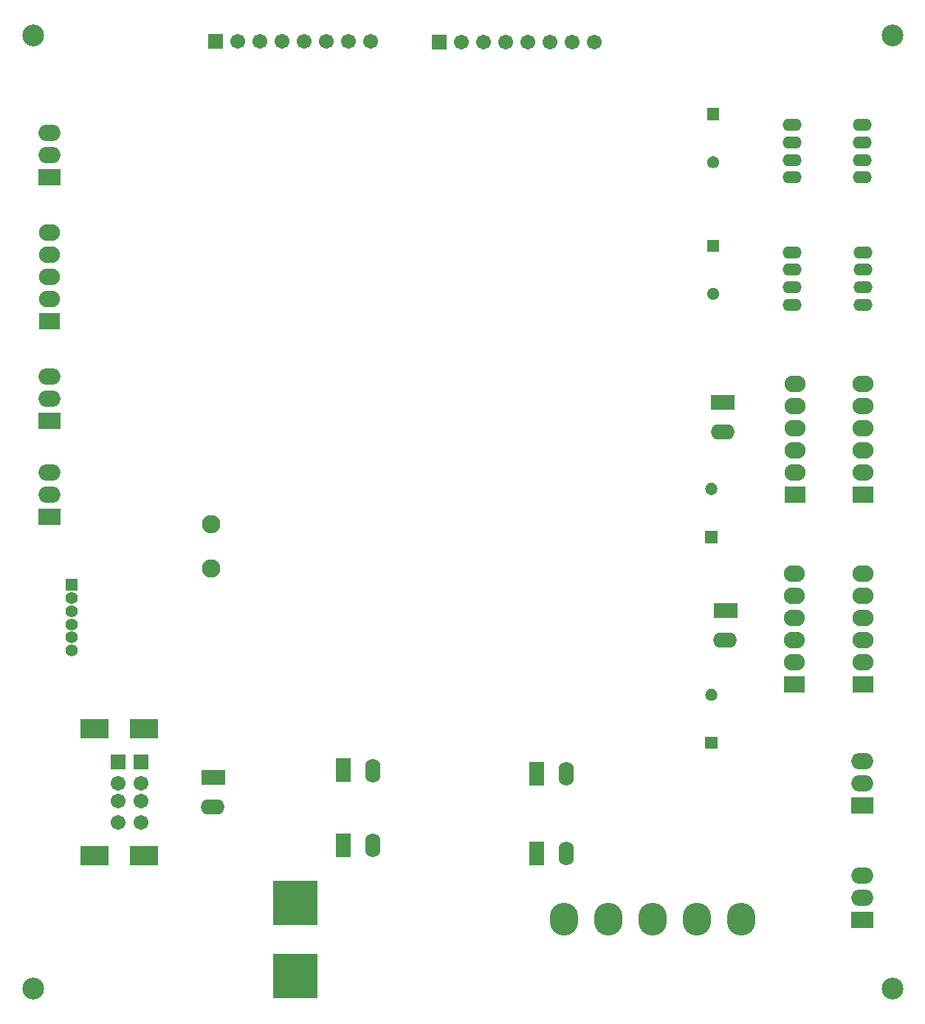
<source format=gbs>
G04 Layer_Color=16711935*
%FSLAX44Y44*%
%MOMM*%
G71*
G01*
G75*
%ADD71O,2.4032X1.9032*%
%ADD72R,2.4032X1.9032*%
%ADD73R,2.5032X1.9032*%
%ADD74O,2.5032X1.9032*%
%ADD75C,1.4031*%
%ADD76R,1.4031X1.4031*%
%ADD77R,1.7272X2.7432*%
%ADD78O,1.7272X2.7432*%
%ADD79O,3.2512X3.7592*%
%ADD80R,2.7432X1.7272*%
%ADD81O,2.7432X1.7272*%
%ADD82R,5.2032X5.2032*%
%ADD83O,2.2032X1.4032*%
%ADD84C,2.5032*%
%ADD85R,3.2032X2.2352*%
%ADD86C,1.7032*%
%ADD87R,1.7032X1.7032*%
%ADD88R,1.7032X1.7032*%
%ADD89C,2.1082*%
G36*
X806298Y-605277D02*
X792582D01*
Y-591561D01*
X806298D01*
Y-605277D01*
D02*
G37*
G36*
X801230Y-536619D02*
X802899Y-537310D01*
X804331Y-538410D01*
X805430Y-539842D01*
X806122Y-541511D01*
X806357Y-543301D01*
X806122Y-545091D01*
X805430Y-546760D01*
X804331Y-548192D01*
X802899Y-549291D01*
X801230Y-549982D01*
X799440Y-550218D01*
X797650Y-549982D01*
X795981Y-549291D01*
X794549Y-548192D01*
X793449Y-546760D01*
X792758Y-545091D01*
X792523Y-543301D01*
X792758Y-541511D01*
X793449Y-539842D01*
X794549Y-538410D01*
X795981Y-537310D01*
X797650Y-536619D01*
X799440Y-536384D01*
X801230Y-536619D01*
D02*
G37*
G36*
X806298Y-841277D02*
X792582D01*
Y-827561D01*
X806298D01*
Y-841277D01*
D02*
G37*
G36*
X801230Y-772619D02*
X802899Y-773310D01*
X804331Y-774410D01*
X805430Y-775842D01*
X806122Y-777511D01*
X806357Y-779301D01*
X806122Y-781091D01*
X805430Y-782760D01*
X804331Y-784192D01*
X802899Y-785292D01*
X801230Y-785983D01*
X799440Y-786218D01*
X797650Y-785983D01*
X795981Y-785292D01*
X794549Y-784192D01*
X793449Y-782760D01*
X792758Y-781091D01*
X792523Y-779301D01*
X792758Y-777511D01*
X793449Y-775842D01*
X794549Y-774410D01*
X795981Y-773310D01*
X797650Y-772619D01*
X799440Y-772384D01*
X801230Y-772619D01*
D02*
G37*
G36*
X803230Y-161737D02*
X804899Y-162428D01*
X806331Y-163528D01*
X807430Y-164960D01*
X808121Y-166629D01*
X808357Y-168419D01*
X808121Y-170209D01*
X807430Y-171878D01*
X806331Y-173310D01*
X804899Y-174410D01*
X803230Y-175100D01*
X801440Y-175336D01*
X799650Y-175100D01*
X797981Y-174410D01*
X796549Y-173310D01*
X795450Y-171878D01*
X794759Y-170209D01*
X794523Y-168419D01*
X794759Y-166629D01*
X795450Y-164960D01*
X796549Y-163528D01*
X797981Y-162428D01*
X799650Y-161737D01*
X801440Y-161502D01*
X803230Y-161737D01*
D02*
G37*
G36*
X808298Y-120159D02*
X794582D01*
Y-106443D01*
X808298D01*
Y-120159D01*
D02*
G37*
G36*
X803230Y-312738D02*
X804899Y-313428D01*
X806331Y-314528D01*
X807430Y-315960D01*
X808121Y-317629D01*
X808357Y-319419D01*
X808121Y-321209D01*
X807430Y-322878D01*
X806331Y-324310D01*
X804899Y-325410D01*
X803230Y-326101D01*
X801440Y-326336D01*
X799650Y-326101D01*
X797981Y-325410D01*
X796549Y-324310D01*
X795450Y-322878D01*
X794759Y-321209D01*
X794523Y-319419D01*
X794759Y-317629D01*
X795450Y-315960D01*
X796549Y-314528D01*
X797981Y-313428D01*
X799650Y-312738D01*
X801440Y-312502D01*
X803230Y-312738D01*
D02*
G37*
G36*
X808298Y-271159D02*
X794582D01*
Y-257443D01*
X808298D01*
Y-271159D01*
D02*
G37*
D71*
X40000Y-249200D02*
D03*
Y-274600D02*
D03*
Y-300000D02*
D03*
Y-325400D02*
D03*
X895440Y-422360D02*
D03*
Y-447760D02*
D03*
Y-473160D02*
D03*
Y-498560D02*
D03*
Y-523960D02*
D03*
X973440Y-523960D02*
D03*
Y-498560D02*
D03*
Y-473160D02*
D03*
Y-447760D02*
D03*
Y-422360D02*
D03*
X894440Y-640360D02*
D03*
Y-665760D02*
D03*
Y-691160D02*
D03*
Y-716560D02*
D03*
Y-741960D02*
D03*
X973440D02*
D03*
Y-716560D02*
D03*
Y-691160D02*
D03*
Y-665760D02*
D03*
Y-640360D02*
D03*
D72*
X40000Y-350800D02*
D03*
X895440Y-549360D02*
D03*
X973440Y-549360D02*
D03*
X894440Y-767360D02*
D03*
X973440D02*
D03*
D73*
X40000Y-185400D02*
D03*
X972440Y-906260D02*
D03*
Y-1037260D02*
D03*
X40000Y-575400D02*
D03*
Y-465400D02*
D03*
D74*
Y-160000D02*
D03*
Y-134600D02*
D03*
X972440Y-880860D02*
D03*
Y-855460D02*
D03*
Y-1011860D02*
D03*
Y-986460D02*
D03*
X40000Y-524600D02*
D03*
Y-550000D02*
D03*
Y-414600D02*
D03*
Y-440000D02*
D03*
D75*
X66040Y-728370D02*
D03*
Y-713384D02*
D03*
Y-698373D02*
D03*
Y-683387D02*
D03*
Y-668376D02*
D03*
D76*
Y-653390D02*
D03*
D77*
X376982Y-865873D02*
D03*
Y-951873D02*
D03*
X598982Y-960873D02*
D03*
Y-869873D02*
D03*
D78*
X411018Y-866127D02*
D03*
Y-952127D02*
D03*
X633018Y-961127D02*
D03*
Y-870127D02*
D03*
D79*
X783240Y-1036860D02*
D03*
X834040D02*
D03*
X732440D02*
D03*
X681640D02*
D03*
X630840D02*
D03*
D80*
X815567Y-682842D02*
D03*
X812567Y-443842D02*
D03*
X228127Y-873982D02*
D03*
D81*
X815313Y-716878D02*
D03*
X812313Y-477878D02*
D03*
X227873Y-908018D02*
D03*
D82*
X322000Y-1018090D02*
D03*
Y-1101910D02*
D03*
D83*
X972440Y-185860D02*
D03*
Y-165860D02*
D03*
Y-145860D02*
D03*
Y-125860D02*
D03*
X892440Y-331860D02*
D03*
Y-311860D02*
D03*
Y-291860D02*
D03*
Y-271860D02*
D03*
X892440Y-185860D02*
D03*
Y-165860D02*
D03*
Y-145860D02*
D03*
Y-125860D02*
D03*
X973440Y-331860D02*
D03*
Y-311860D02*
D03*
Y-291860D02*
D03*
Y-271860D02*
D03*
D84*
X1006960Y-1116330D02*
D03*
Y-22860D02*
D03*
X21440D02*
D03*
Y-1116330D02*
D03*
D85*
X148500Y-818500D02*
D03*
Y-963500D02*
D03*
X91700D02*
D03*
Y-818500D02*
D03*
D86*
X145000Y-926000D02*
D03*
Y-901000D02*
D03*
Y-881000D02*
D03*
X118800D02*
D03*
Y-901000D02*
D03*
Y-926000D02*
D03*
X408900Y-30000D02*
D03*
X383500D02*
D03*
X358100D02*
D03*
X332700D02*
D03*
X307300D02*
D03*
X281900D02*
D03*
X256500D02*
D03*
X665480Y-30480D02*
D03*
X640080D02*
D03*
X614680D02*
D03*
X589280D02*
D03*
X563880D02*
D03*
X538480D02*
D03*
X513080D02*
D03*
D87*
X145000Y-856000D02*
D03*
X118800D02*
D03*
D88*
X231100Y-30000D02*
D03*
X487680Y-30480D02*
D03*
D89*
X226000Y-583600D02*
D03*
Y-634400D02*
D03*
M02*

</source>
